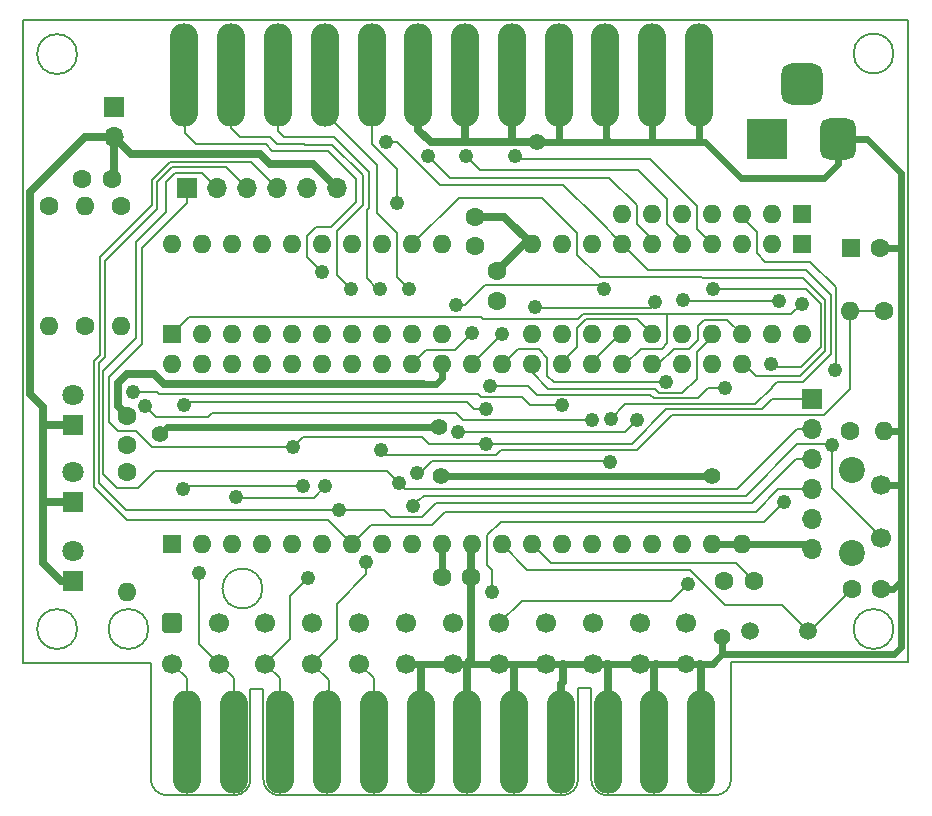
<source format=gbr>
G04 #@! TF.GenerationSoftware,KiCad,Pcbnew,8.0.4*
G04 #@! TF.CreationDate,2024-07-27T17:05:36-04:00*
G04 #@! TF.ProjectId,CBM-SD,43424d2d-5344-42e6-9b69-6361645f7063,rev?*
G04 #@! TF.SameCoordinates,Original*
G04 #@! TF.FileFunction,Copper,L2,Bot*
G04 #@! TF.FilePolarity,Positive*
%FSLAX46Y46*%
G04 Gerber Fmt 4.6, Leading zero omitted, Abs format (unit mm)*
G04 Created by KiCad (PCBNEW 8.0.4) date 2024-07-27 17:05:36*
%MOMM*%
%LPD*%
G01*
G04 APERTURE LIST*
G04 Aperture macros list*
%AMRoundRect*
0 Rectangle with rounded corners*
0 $1 Rounding radius*
0 $2 $3 $4 $5 $6 $7 $8 $9 X,Y pos of 4 corners*
0 Add a 4 corners polygon primitive as box body*
4,1,4,$2,$3,$4,$5,$6,$7,$8,$9,$2,$3,0*
0 Add four circle primitives for the rounded corners*
1,1,$1+$1,$2,$3*
1,1,$1+$1,$4,$5*
1,1,$1+$1,$6,$7*
1,1,$1+$1,$8,$9*
0 Add four rect primitives between the rounded corners*
20,1,$1+$1,$2,$3,$4,$5,0*
20,1,$1+$1,$4,$5,$6,$7,0*
20,1,$1+$1,$6,$7,$8,$9,0*
20,1,$1+$1,$8,$9,$2,$3,0*%
G04 Aperture macros list end*
G04 #@! TA.AperFunction,ComponentPad*
%ADD10C,1.600000*%
G04 #@! TD*
G04 #@! TA.AperFunction,ComponentPad*
%ADD11O,1.600000X1.600000*%
G04 #@! TD*
G04 #@! TA.AperFunction,ComponentPad*
%ADD12R,1.600000X1.600000*%
G04 #@! TD*
G04 #@! TA.AperFunction,ComponentPad*
%ADD13C,1.500000*%
G04 #@! TD*
G04 #@! TA.AperFunction,ComponentPad*
%ADD14R,1.800000X1.800000*%
G04 #@! TD*
G04 #@! TA.AperFunction,ComponentPad*
%ADD15C,1.800000*%
G04 #@! TD*
G04 #@! TA.AperFunction,ComponentPad*
%ADD16R,3.500000X3.500000*%
G04 #@! TD*
G04 #@! TA.AperFunction,ComponentPad*
%ADD17RoundRect,0.750000X0.750000X1.000000X-0.750000X1.000000X-0.750000X-1.000000X0.750000X-1.000000X0*%
G04 #@! TD*
G04 #@! TA.AperFunction,ComponentPad*
%ADD18RoundRect,0.875000X0.875000X0.875000X-0.875000X0.875000X-0.875000X-0.875000X0.875000X-0.875000X0*%
G04 #@! TD*
G04 #@! TA.AperFunction,ComponentPad*
%ADD19R,1.700000X1.700000*%
G04 #@! TD*
G04 #@! TA.AperFunction,ComponentPad*
%ADD20O,1.700000X1.700000*%
G04 #@! TD*
G04 #@! TA.AperFunction,SMDPad,CuDef*
%ADD21O,2.410000X8.760000*%
G04 #@! TD*
G04 #@! TA.AperFunction,ConnectorPad*
%ADD22O,2.410000X8.760000*%
G04 #@! TD*
G04 #@! TA.AperFunction,ComponentPad*
%ADD23C,2.200000*%
G04 #@! TD*
G04 #@! TA.AperFunction,ComponentPad*
%ADD24C,1.700000*%
G04 #@! TD*
G04 #@! TA.AperFunction,ComponentPad*
%ADD25RoundRect,0.273700X-0.576300X0.576300X-0.576300X-0.576300X0.576300X-0.576300X0.576300X0.576300X0*%
G04 #@! TD*
G04 #@! TA.AperFunction,ComponentPad*
%ADD26C,1.550000*%
G04 #@! TD*
G04 #@! TA.AperFunction,ViaPad*
%ADD27C,1.422400*%
G04 #@! TD*
G04 #@! TA.AperFunction,ViaPad*
%ADD28C,1.219200*%
G04 #@! TD*
G04 #@! TA.AperFunction,Conductor*
%ADD29C,0.660400*%
G04 #@! TD*
G04 #@! TA.AperFunction,Conductor*
%ADD30C,0.600000*%
G04 #@! TD*
G04 #@! TA.AperFunction,Conductor*
%ADD31C,0.203200*%
G04 #@! TD*
G04 #@! TA.AperFunction,Conductor*
%ADD32C,0.200000*%
G04 #@! TD*
G04 #@! TA.AperFunction,Profile*
%ADD33C,0.200660*%
G04 #@! TD*
G04 APERTURE END LIST*
D10*
X125996700Y-104076500D03*
D11*
X125996700Y-114236500D03*
D12*
X183134000Y-82232500D03*
D11*
X180594000Y-82232500D03*
X178054000Y-82232500D03*
X175514000Y-82232500D03*
X172974000Y-82232500D03*
X170434000Y-82232500D03*
X167894000Y-82232500D03*
D12*
X129794000Y-110172500D03*
D11*
X132334000Y-110172500D03*
X134874000Y-110172500D03*
X137414000Y-110172500D03*
X139954000Y-110172500D03*
X142494000Y-110172500D03*
X145034000Y-110172500D03*
X147574000Y-110172500D03*
X150114000Y-110172500D03*
X152654000Y-110172500D03*
X155194000Y-110172500D03*
X157734000Y-110172500D03*
X160274000Y-110172500D03*
X162814000Y-110172500D03*
X165354000Y-110172500D03*
X167894000Y-110172500D03*
X170434000Y-110172500D03*
X172974000Y-110172500D03*
X175514000Y-110172500D03*
X178054000Y-110172500D03*
X178054000Y-94932500D03*
X175514000Y-94932500D03*
X172974000Y-94932500D03*
X170434000Y-94932500D03*
X167894000Y-94932500D03*
X165354000Y-94932500D03*
X162814000Y-94932500D03*
X160274000Y-94932500D03*
X157734000Y-94932500D03*
X155194000Y-94932500D03*
X152654000Y-94932500D03*
X150114000Y-94932500D03*
X147574000Y-94932500D03*
X145034000Y-94932500D03*
X142494000Y-94932500D03*
X139954000Y-94932500D03*
X137414000Y-94932500D03*
X134874000Y-94932500D03*
X132334000Y-94932500D03*
X129794000Y-94932500D03*
D12*
X129794000Y-92392500D03*
D11*
X132334000Y-92392500D03*
X134874000Y-92392500D03*
X137414000Y-92392500D03*
X139954000Y-92392500D03*
X142494000Y-92392500D03*
X145034000Y-92392500D03*
X147574000Y-92392500D03*
X150114000Y-92392500D03*
X152654000Y-92392500D03*
X152654000Y-84772500D03*
X150114000Y-84772500D03*
X147574000Y-84772500D03*
X145034000Y-84772500D03*
X142494000Y-84772500D03*
X139954000Y-84772500D03*
X137414000Y-84772500D03*
X134874000Y-84772500D03*
X132334000Y-84772500D03*
X129794000Y-84772500D03*
D12*
X183134000Y-84772500D03*
D11*
X180594000Y-84772500D03*
X178054000Y-84772500D03*
X175514000Y-84772500D03*
X172974000Y-84772500D03*
X170434000Y-84772500D03*
X167894000Y-84772500D03*
X165354000Y-84772500D03*
X162814000Y-84772500D03*
X160274000Y-84772500D03*
X160274000Y-92392500D03*
X162814000Y-92392500D03*
X165354000Y-92392500D03*
X167894000Y-92392500D03*
X170434000Y-92392500D03*
X172974000Y-92392500D03*
X175514000Y-92392500D03*
X178054000Y-92392500D03*
X180594000Y-92392500D03*
X183134000Y-92392500D03*
D10*
X124694000Y-79248000D03*
X122194000Y-79248000D03*
X155154000Y-112903000D03*
X152654000Y-112903000D03*
X155475000Y-84925000D03*
X155475000Y-82425000D03*
X157300000Y-89550000D03*
X157300000Y-87050000D03*
X122428000Y-91694000D03*
D11*
X122428000Y-81534000D03*
D10*
X189865000Y-113919000D03*
X187365000Y-113919000D03*
D13*
X178762000Y-117475000D03*
X183642000Y-117475000D03*
D10*
X119380000Y-81534000D03*
D11*
X119380000Y-91694000D03*
D14*
X121450100Y-113322100D03*
D15*
X121450100Y-110782100D03*
D14*
X121450100Y-106616500D03*
D15*
X121450100Y-104076500D03*
D16*
X180182000Y-75887500D03*
D17*
X186182000Y-75887500D03*
D18*
X183182000Y-71187500D03*
D14*
X121462800Y-100037900D03*
D15*
X121462800Y-97497900D03*
D19*
X183997600Y-97891600D03*
D20*
X183997600Y-100431600D03*
X183997600Y-102971600D03*
X183997600Y-105511600D03*
X183997600Y-108051600D03*
X183997600Y-110591600D03*
D10*
X187198000Y-100584000D03*
D11*
X187198000Y-90424000D03*
D10*
X190093600Y-90424000D03*
D11*
X190093600Y-100584000D03*
D10*
X176570000Y-113284000D03*
X179070000Y-113284000D03*
X125476000Y-81534000D03*
D11*
X125476000Y-91694000D03*
D19*
X124891800Y-73126600D03*
D20*
X124891800Y-75666600D03*
D10*
X126009400Y-99290500D03*
X126009400Y-101790500D03*
D12*
X187285621Y-85090000D03*
D10*
X189785621Y-85090000D03*
D21*
X131052300Y-126923800D03*
D22*
X135012300Y-126923800D03*
X138972300Y-126923800D03*
X142932300Y-126923800D03*
X146892300Y-126923800D03*
X150852300Y-126923800D03*
X154812300Y-126923800D03*
X158772300Y-126923800D03*
X162732300Y-126923800D03*
X166692300Y-126923800D03*
X170652300Y-126923800D03*
X174612300Y-126923800D03*
D23*
X187350400Y-103896400D03*
X187350400Y-110896400D03*
D24*
X189850400Y-105146400D03*
X189850400Y-109646400D03*
D19*
X131064000Y-80010000D03*
D20*
X133604000Y-80010000D03*
X136144000Y-80010000D03*
X138684000Y-80010000D03*
X141224000Y-80010000D03*
X143764000Y-80010000D03*
D21*
X130860799Y-70408800D03*
D22*
X134820799Y-70408800D03*
X138780799Y-70408800D03*
X142740799Y-70408800D03*
X146700799Y-70408800D03*
X150660799Y-70408800D03*
X154620799Y-70408800D03*
X158580799Y-70408800D03*
X162540799Y-70408800D03*
X166500799Y-70408800D03*
X170460799Y-70408800D03*
X174420799Y-70408800D03*
D25*
X129794000Y-116869000D03*
D24*
X133754089Y-116869000D03*
X137714180Y-116869000D03*
X141674269Y-116869000D03*
X145634360Y-116869000D03*
X149594449Y-116869000D03*
X153554540Y-116869000D03*
X157514629Y-116869000D03*
X161474720Y-116869000D03*
X165434809Y-116869000D03*
X169394900Y-116869000D03*
X173354999Y-116869000D03*
X129794000Y-120269000D03*
X133754090Y-120269001D03*
X137714180Y-120269000D03*
X141674270Y-120269001D03*
X145634360Y-120269000D03*
X149594450Y-120269001D03*
X153554540Y-120269000D03*
X157514630Y-120269001D03*
X161474720Y-120269000D03*
X165434809Y-120269000D03*
X169394900Y-120269000D03*
D26*
X173355000Y-120269001D03*
D27*
X176403000Y-117983000D03*
X160731200Y-76136500D03*
X152425400Y-100228400D03*
X128790700Y-100838000D03*
X152577800Y-104419400D03*
X175564800Y-104406700D03*
D28*
X155194000Y-92312500D03*
X157734000Y-92392500D03*
X130810000Y-98399600D03*
X156362400Y-98717100D03*
X148837500Y-81280000D03*
X146240500Y-111696500D03*
X149860000Y-88582500D03*
X147447000Y-88519000D03*
X141351000Y-113030000D03*
X132130800Y-112623600D03*
X142800000Y-105250000D03*
X135229600Y-106133900D03*
X144970500Y-88582500D03*
X130774515Y-105476115D03*
X142494000Y-87122000D03*
X140931400Y-105219500D03*
X156718000Y-96748600D03*
X176618900Y-96964500D03*
X173482000Y-113538000D03*
X180530500Y-94945200D03*
X175577500Y-88557100D03*
X158877000Y-77279500D03*
X154675721Y-77279500D03*
X181659506Y-106559506D03*
X181229000Y-89560400D03*
X173050200Y-89522300D03*
X156908500Y-114236500D03*
X151511000Y-77279500D03*
X169164000Y-99644200D03*
X154051000Y-100647500D03*
X166878000Y-103187500D03*
X147955000Y-76073000D03*
X166966900Y-99555300D03*
X150583900Y-104178100D03*
X166370000Y-88519000D03*
X156400500Y-101663500D03*
X140017500Y-101955600D03*
X153860500Y-89916000D03*
X183134000Y-89789000D03*
X143916400Y-107289600D03*
X148987500Y-104962500D03*
X185675000Y-101750000D03*
X150225000Y-106900000D03*
X185975000Y-95450000D03*
X171640500Y-96456500D03*
X162839400Y-98412300D03*
X126492000Y-97282000D03*
X165354000Y-99631500D03*
X127546100Y-98501200D03*
X170688000Y-89662000D03*
X160528000Y-90106500D03*
X147535900Y-102158800D03*
D29*
X158711900Y-76136500D02*
X157734000Y-76136500D01*
X154812300Y-120269701D02*
X154813000Y-120269001D01*
D30*
X149594451Y-120269000D02*
X149594450Y-120269001D01*
X191547460Y-85058540D02*
X191547460Y-100452540D01*
D29*
X160083500Y-76136500D02*
X160731200Y-76136500D01*
D30*
X176390300Y-119494300D02*
X190893700Y-119494300D01*
D29*
X137280000Y-77125000D02*
X126350200Y-77125000D01*
X157926500Y-82425000D02*
X160274000Y-84772500D01*
X117793089Y-80326911D02*
X117793089Y-97473089D01*
X158593500Y-70332600D02*
X158593500Y-76018100D01*
X154633500Y-75858800D02*
X154355800Y-76136500D01*
X155575000Y-76136500D02*
X154355800Y-76136500D01*
D30*
X162623500Y-76136500D02*
X162553500Y-76066500D01*
D29*
X154812300Y-126923800D02*
X154812300Y-122301000D01*
D30*
X191547460Y-100452540D02*
X191547460Y-104933460D01*
D29*
X125222000Y-96520000D02*
X125222000Y-98503100D01*
D30*
X170511500Y-76136500D02*
X170473500Y-76098500D01*
X176390300Y-117995700D02*
X176403000Y-117983000D01*
X175818800Y-120065800D02*
X176390300Y-119494300D01*
D29*
X118872000Y-98552000D02*
X118872000Y-100076000D01*
X141732000Y-77978000D02*
X138133000Y-77978000D01*
D30*
X157514631Y-120269000D02*
X157514630Y-120269001D01*
X174433500Y-75958500D02*
X174433500Y-70332600D01*
X169394901Y-120269001D02*
X169394900Y-120269000D01*
X170511500Y-76136500D02*
X166916100Y-76136500D01*
X191547460Y-113252540D02*
X191547460Y-104933460D01*
D29*
X122453400Y-75666600D02*
X117793089Y-80326911D01*
X118872000Y-100076000D02*
X118910100Y-100037900D01*
X155154000Y-119928001D02*
X154813000Y-120269001D01*
D30*
X166513500Y-75733900D02*
X166916100Y-76136500D01*
D29*
X118910100Y-100037900D02*
X121462800Y-100037900D01*
D30*
X190893700Y-119494300D02*
X191516000Y-118872000D01*
D29*
X159577500Y-84772500D02*
X157300000Y-87050000D01*
D30*
X175615599Y-120269001D02*
X174498000Y-120269001D01*
D29*
X150673500Y-70332600D02*
X150673500Y-75108500D01*
D30*
X152654000Y-96100900D02*
X152654000Y-94932500D01*
X151003000Y-120269000D02*
X149594451Y-120269000D01*
D29*
X155475000Y-82425000D02*
X157926500Y-82425000D01*
D30*
X191289360Y-105191560D02*
X189917680Y-105191560D01*
D29*
X118872000Y-111760000D02*
X120434100Y-113322100D01*
D30*
X190881000Y-113919000D02*
X189865000Y-113919000D01*
X174611500Y-76136500D02*
X170511500Y-76136500D01*
X191516000Y-113284000D02*
X190881000Y-113919000D01*
D29*
X118935500Y-106616500D02*
X121450100Y-106616500D01*
D30*
X191547460Y-85058540D02*
X191516000Y-85090000D01*
X162623500Y-76136500D02*
X160731200Y-76136500D01*
D29*
X166692300Y-120337300D02*
X166624000Y-120269000D01*
D30*
X184975000Y-79200000D02*
X177975000Y-79200000D01*
X161474720Y-120269000D02*
X158877000Y-120269000D01*
D29*
X174612300Y-126923800D02*
X174612300Y-120383301D01*
X125984000Y-95758000D02*
X125222000Y-96520000D01*
X138133000Y-77978000D02*
X137280000Y-77125000D01*
D30*
X191547460Y-100452540D02*
X191416000Y-100584000D01*
D29*
X155154000Y-110212500D02*
X155194000Y-110172500D01*
D30*
X178054000Y-110172500D02*
X175514000Y-110172500D01*
D29*
X166692300Y-126923800D02*
X166692300Y-120337300D01*
X170652300Y-126923800D02*
X170652300Y-120431701D01*
D30*
X174498000Y-120269001D02*
X173355000Y-120269001D01*
D29*
X155154000Y-112903000D02*
X155154000Y-110212500D01*
X128270000Y-95758000D02*
X125984000Y-95758000D01*
D30*
X191416000Y-100584000D02*
X190093600Y-100584000D01*
D29*
X150673500Y-75108500D02*
X151701500Y-76136500D01*
X151701500Y-76136500D02*
X154355800Y-76136500D01*
D30*
X186182000Y-77993000D02*
X184975000Y-79200000D01*
X186182000Y-75887500D02*
X186182000Y-77993000D01*
D29*
X124891800Y-75666600D02*
X122453400Y-75666600D01*
X158772300Y-126923800D02*
X158772300Y-120373700D01*
X118872000Y-106680000D02*
X118872000Y-111760000D01*
X151066500Y-96570800D02*
X129163582Y-96642418D01*
D30*
X166916100Y-76136500D02*
X162623500Y-76136500D01*
D29*
X118872000Y-106680000D02*
X118935500Y-106616500D01*
X158593500Y-76018100D02*
X158711900Y-76136500D01*
D30*
X176390300Y-119494300D02*
X176390300Y-117995700D01*
X165434809Y-120269000D02*
X162941000Y-120269000D01*
X162687000Y-120269000D02*
X161474720Y-120269000D01*
X178054000Y-110172500D02*
X183578500Y-110172500D01*
X183578500Y-110172500D02*
X183997600Y-110591600D01*
D29*
X126350200Y-77125000D02*
X124891800Y-75666600D01*
X154812300Y-122301000D02*
X154812300Y-120269701D01*
D30*
X157514630Y-120269001D02*
X154813000Y-120269001D01*
X154813000Y-120269001D02*
X153554541Y-120269001D01*
X166624000Y-120269000D02*
X165434809Y-120269000D01*
D29*
X162732300Y-126923800D02*
X162732300Y-122039800D01*
X125222000Y-98503100D02*
X126009400Y-99290500D01*
D30*
X166513500Y-70332600D02*
X166513500Y-75733900D01*
X188663500Y-75887500D02*
X186182000Y-75887500D01*
X158877000Y-120269000D02*
X157514631Y-120269000D01*
D29*
X174612300Y-120383301D02*
X174498000Y-120269001D01*
X120434100Y-113322100D02*
X121450100Y-113322100D01*
D30*
X191547460Y-85058540D02*
X191547460Y-78771460D01*
D29*
X170652300Y-120431701D02*
X170815000Y-120269001D01*
D30*
X191516000Y-85090000D02*
X189785621Y-85090000D01*
D29*
X155154000Y-112903000D02*
X155154000Y-119928001D01*
X150852300Y-126923800D02*
X150852300Y-120419700D01*
X160274000Y-84772500D02*
X159577500Y-84772500D01*
D30*
X191516000Y-113284000D02*
X191547460Y-113252540D01*
D29*
X154633500Y-70332600D02*
X154633500Y-75858800D01*
X118872000Y-100076000D02*
X118872000Y-106680000D01*
D30*
X191516000Y-118872000D02*
X191516000Y-113284000D01*
X170815000Y-120269001D02*
X169394901Y-120269001D01*
D29*
X159004000Y-76136500D02*
X158711900Y-76136500D01*
D30*
X177975000Y-79200000D02*
X174911500Y-76136500D01*
D29*
X124891800Y-79050200D02*
X124694000Y-79248000D01*
X124891800Y-75666600D02*
X124891800Y-79050200D01*
D30*
X169394900Y-120269000D02*
X166624000Y-120269000D01*
X191547460Y-78771460D02*
X188663500Y-75887500D01*
X153554541Y-120269001D02*
X153554540Y-120269000D01*
X162553500Y-76066500D02*
X162553500Y-70332600D01*
X152184100Y-96570800D02*
X152654000Y-96100900D01*
D29*
X162732300Y-122039800D02*
X162941000Y-121831100D01*
X162941000Y-121831100D02*
X162941000Y-120269000D01*
D30*
X191547460Y-104933460D02*
X191289360Y-105191560D01*
X162941000Y-120269000D02*
X162687000Y-120269000D01*
D29*
X157734000Y-76136500D02*
X155575000Y-76136500D01*
X129163582Y-96642418D02*
X129154418Y-96642418D01*
D30*
X170473500Y-76098500D02*
X170473500Y-70332600D01*
X153554540Y-120269000D02*
X151003000Y-120269000D01*
X174611500Y-76136500D02*
X174433500Y-75958500D01*
D29*
X143764000Y-80010000D02*
X141732000Y-77978000D01*
D30*
X151066500Y-96570800D02*
X152184100Y-96570800D01*
D29*
X129154418Y-96642418D02*
X128270000Y-95758000D01*
X159004000Y-76136500D02*
X160083500Y-76136500D01*
D30*
X173355000Y-120269001D02*
X170815000Y-120269001D01*
D29*
X117793089Y-97473089D02*
X118872000Y-98552000D01*
D30*
X175818800Y-120065800D02*
X175615599Y-120269001D01*
X174911500Y-76136500D02*
X174611500Y-76136500D01*
X152654000Y-112629000D02*
X152654000Y-110172500D01*
X152577800Y-104419400D02*
X175552100Y-104419400D01*
X152425400Y-100228400D02*
X129400300Y-100228400D01*
X175552100Y-104419400D02*
X175564800Y-104406700D01*
X129400300Y-100228400D02*
X128790700Y-100838000D01*
D31*
X187365000Y-113919000D02*
X183809000Y-117475000D01*
D32*
X176657000Y-115316000D02*
X181483000Y-115316000D01*
X159884200Y-112322700D02*
X173663700Y-112322700D01*
X181483000Y-115316000D02*
X183642000Y-117475000D01*
X173663700Y-112322700D02*
X176657000Y-115316000D01*
D31*
X183809000Y-117475000D02*
X183642000Y-117475000D01*
D32*
X157734000Y-110172500D02*
X159884200Y-112322700D01*
X160274000Y-110172500D02*
X161861500Y-111760000D01*
X161861500Y-111760000D02*
X177546000Y-111760000D01*
X177546000Y-111760000D02*
X179070000Y-113284000D01*
D31*
X179070000Y-117167000D02*
X178762000Y-117475000D01*
X150114000Y-94932500D02*
X150118098Y-94932500D01*
X153799820Y-93706680D02*
X155194000Y-92312500D01*
X150118098Y-94932500D02*
X151343918Y-93706680D01*
X151343918Y-93706680D02*
X153799820Y-93706680D01*
X155194000Y-94932500D02*
X157734000Y-92392500D01*
D32*
X130810000Y-98399600D02*
X131051300Y-98158300D01*
X131051300Y-98158300D02*
X131457700Y-98158300D01*
X154800300Y-98158300D02*
X155359100Y-98717100D01*
X155359100Y-98717100D02*
X156362400Y-98717100D01*
X131457700Y-98158300D02*
X154800300Y-98158300D01*
X148837500Y-81280000D02*
X148837500Y-78437500D01*
X148837500Y-78437500D02*
X146713500Y-76313500D01*
D31*
X146892300Y-126923800D02*
X146892300Y-121526940D01*
X146892300Y-126923800D02*
X147066000Y-126750100D01*
X146892300Y-121526940D02*
X145634360Y-120269000D01*
D32*
X146713500Y-76313500D02*
X146713500Y-70332600D01*
X143764000Y-118179271D02*
X141674270Y-120269001D01*
X146240500Y-112712500D02*
X143764000Y-115189000D01*
X143081470Y-121793000D02*
X143081470Y-126774630D01*
D31*
X149860000Y-88582500D02*
X148844000Y-87566500D01*
D32*
X143764000Y-115189000D02*
X143764000Y-118179271D01*
X143081470Y-121793000D02*
X143081470Y-121676201D01*
X147175000Y-82137000D02*
X148844000Y-83806000D01*
X146240500Y-111696500D02*
X146240500Y-112712500D01*
X142753500Y-73665500D02*
X144272000Y-75184000D01*
X143081470Y-126774630D02*
X142932300Y-126923800D01*
X144272000Y-75197000D02*
X147175000Y-78100000D01*
X144272000Y-75184000D02*
X144272000Y-75197000D01*
X143081470Y-121676201D02*
X141674270Y-120269001D01*
X147175000Y-78100000D02*
X147175000Y-82137000D01*
X148844000Y-83806000D02*
X148844000Y-87566500D01*
X142753500Y-70332600D02*
X142753500Y-73665500D01*
X146450000Y-81708000D02*
X146304000Y-81854000D01*
D31*
X147447000Y-88519000D02*
X147193000Y-88519000D01*
D32*
X146304000Y-84074000D02*
X146304000Y-81854000D01*
D31*
X147193000Y-88519000D02*
X146304000Y-87630000D01*
D32*
X146450000Y-78625000D02*
X143517000Y-75692000D01*
X143517000Y-75692000D02*
X139292000Y-75692000D01*
X138793500Y-75193500D02*
X138793500Y-70332600D01*
D31*
X139827000Y-118156180D02*
X137714180Y-120269000D01*
X139827000Y-114554000D02*
X139827000Y-118156180D01*
D32*
X138972300Y-126923800D02*
X138972300Y-121903500D01*
D31*
X138972300Y-121793000D02*
X138972300Y-121903500D01*
D32*
X146450000Y-78625000D02*
X146450000Y-81708000D01*
D31*
X138972300Y-121527120D02*
X137714180Y-120269000D01*
D32*
X139292000Y-75692000D02*
X138793500Y-75193500D01*
D31*
X138972300Y-121793000D02*
X138972300Y-121527120D01*
X146304000Y-87630000D02*
X146304000Y-84582000D01*
X141351000Y-113030000D02*
X139827000Y-114554000D01*
X146304000Y-84582000D02*
X146304000Y-84074000D01*
D32*
X135572500Y-75692000D02*
X134833500Y-74953000D01*
X134833500Y-74953000D02*
X134833500Y-70332600D01*
D31*
X135012300Y-121527211D02*
X135012300Y-126923800D01*
D32*
X138083000Y-75692000D02*
X135572500Y-75692000D01*
X138691000Y-76300000D02*
X138083000Y-75692000D01*
D31*
X141814500Y-106235500D02*
X142800000Y-105250000D01*
D32*
X145950000Y-78900000D02*
X143377000Y-76327000D01*
X141097000Y-76327000D02*
X141070000Y-76300000D01*
X145950000Y-81450000D02*
X145950000Y-78900000D01*
X141070000Y-76300000D02*
X138691000Y-76300000D01*
D31*
X143764000Y-87376000D02*
X143764000Y-83636000D01*
X132080000Y-118594911D02*
X133754090Y-120269001D01*
X135331200Y-106235500D02*
X141814500Y-106235500D01*
X133754090Y-120269001D02*
X135012300Y-121527211D01*
D32*
X143764000Y-83636000D02*
X145950000Y-81450000D01*
X143377000Y-76327000D02*
X141097000Y-76327000D01*
D31*
X135229600Y-106133900D02*
X135331200Y-106235500D01*
X132080000Y-112674400D02*
X132080000Y-118594911D01*
X144970500Y-88582500D02*
X143764000Y-87376000D01*
X132130800Y-112623600D02*
X132080000Y-112674400D01*
D32*
X137775000Y-76300000D02*
X138310000Y-76835000D01*
X145400000Y-81168000D02*
X143256000Y-83312000D01*
X138310000Y-76835000D02*
X142985000Y-76835000D01*
X130873500Y-75348500D02*
X131825000Y-76300000D01*
D31*
X141224000Y-84074000D02*
X141986000Y-83312000D01*
D32*
X145400000Y-79250000D02*
X145400000Y-81168000D01*
D31*
X142494000Y-87122000D02*
X141224000Y-85852000D01*
X130774515Y-105476115D02*
X130774515Y-105476114D01*
D32*
X143256000Y-83312000D02*
X142240000Y-83312000D01*
X130873500Y-70332600D02*
X130873500Y-75348500D01*
D31*
X141224000Y-85852000D02*
X141224000Y-84074000D01*
X131031129Y-105219500D02*
X140931400Y-105219500D01*
D32*
X131825000Y-76300000D02*
X137775000Y-76300000D01*
X142985000Y-76835000D02*
X145400000Y-79250000D01*
D31*
X131052300Y-121527300D02*
X129794000Y-120269000D01*
X141986000Y-83312000D02*
X142240000Y-83312000D01*
X131052300Y-126923800D02*
X131052300Y-121527300D01*
X130774515Y-105476114D02*
X131031129Y-105219500D01*
D32*
X159918400Y-96748600D02*
X160667700Y-97497900D01*
X170307000Y-97497900D02*
X170637200Y-97828100D01*
X156718000Y-96748600D02*
X159918400Y-96748600D01*
X160667700Y-97497900D02*
X170307000Y-97497900D01*
X174320200Y-97828100D02*
X175183800Y-96964500D01*
X170637200Y-97828100D02*
X174320200Y-97828100D01*
X175183800Y-96964500D02*
X176618900Y-96964500D01*
X159131000Y-77533500D02*
X170243500Y-77533500D01*
X180733700Y-95148400D02*
X180530500Y-94945200D01*
X184713070Y-93505830D02*
X183070500Y-95148400D01*
X170243500Y-77533500D02*
X174244000Y-81534000D01*
X183070500Y-95148400D02*
X180733700Y-95148400D01*
D31*
X174244000Y-83502500D02*
X174244000Y-81546700D01*
D32*
X172085000Y-114935000D02*
X173482000Y-113538000D01*
X157514629Y-116869000D02*
X159448629Y-114935000D01*
X174244000Y-81534000D02*
X174244000Y-81546700D01*
D31*
X175514000Y-84772500D02*
X174244000Y-83502500D01*
D32*
X183476900Y-88557100D02*
X184713070Y-89793270D01*
X184713070Y-89793270D02*
X184713070Y-93505830D01*
X159448629Y-114935000D02*
X172085000Y-114935000D01*
X175577500Y-88557100D02*
X183476900Y-88557100D01*
X158877000Y-77279500D02*
X159131000Y-77533500D01*
D31*
X179969012Y-108250000D02*
X181659506Y-106559506D01*
D32*
X169236622Y-78495122D02*
X171634150Y-80892650D01*
D31*
X172974000Y-84772500D02*
X172974000Y-84328000D01*
X172974000Y-84328000D02*
X171704000Y-83058000D01*
X171704000Y-80962500D02*
X171634150Y-80892650D01*
X157625000Y-108250000D02*
X179969012Y-108250000D01*
X171704000Y-83058000D02*
X171704000Y-80962500D01*
X156908500Y-114236500D02*
X156908500Y-112331500D01*
X156486000Y-109389000D02*
X157625000Y-108250000D01*
X173050200Y-89522300D02*
X173088300Y-89560400D01*
X173088300Y-89560400D02*
X181229000Y-89560400D01*
D32*
X154675721Y-77279500D02*
X155891343Y-78495122D01*
D31*
X156908500Y-112331500D02*
X156486000Y-111909000D01*
D32*
X155891343Y-78495122D02*
X169236622Y-78495122D01*
D31*
X156486000Y-111909000D02*
X156486000Y-109389000D01*
X169164000Y-83058000D02*
X169164000Y-81470500D01*
X170434000Y-84772500D02*
X170434000Y-84328000D01*
X154051000Y-100647500D02*
X161099500Y-100647500D01*
D32*
X161099500Y-100647500D02*
X167233600Y-100647500D01*
X151511000Y-77279500D02*
X153354000Y-79122500D01*
X153354000Y-79122500D02*
X166816000Y-79122500D01*
D31*
X170434000Y-84328000D02*
X169164000Y-83058000D01*
D32*
X166816000Y-79122500D02*
X169164000Y-81470500D01*
X167233600Y-100647500D02*
X168160700Y-100647500D01*
X168160700Y-100647500D02*
X169164000Y-99644200D01*
X162941000Y-79756000D02*
X165760400Y-82575400D01*
X185591450Y-94062550D02*
X183203850Y-96450150D01*
D31*
X185591450Y-89071450D02*
X183451500Y-86931500D01*
X180594000Y-96894650D02*
X181038500Y-96450150D01*
D32*
X148844000Y-76073000D02*
X152527000Y-79756000D01*
X167919400Y-84772500D02*
X170078400Y-86931500D01*
X179171600Y-98329750D02*
X180594000Y-96907350D01*
X183203850Y-96450150D02*
X182429150Y-96450150D01*
D31*
X167894000Y-84709000D02*
X165760400Y-82575400D01*
D32*
X167894000Y-84772500D02*
X167919400Y-84772500D01*
X151836700Y-103136700D02*
X166827200Y-103136700D01*
X185591450Y-89071450D02*
X185591450Y-94062550D01*
X166966900Y-99555300D02*
X168192450Y-98329750D01*
D31*
X150795300Y-104178100D02*
X151836700Y-103136700D01*
X183451500Y-86931500D02*
X170078400Y-86931500D01*
X180594000Y-96907350D02*
X180594000Y-96894650D01*
X181038500Y-96450150D02*
X182429150Y-96450150D01*
D32*
X168192450Y-98329750D02*
X179171600Y-98329750D01*
D31*
X150583900Y-104178100D02*
X150795300Y-104178100D01*
D32*
X166827200Y-103136700D02*
X166878000Y-103187500D01*
X147955000Y-76073000D02*
X148844000Y-76073000D01*
D31*
X167894000Y-84772500D02*
X167894000Y-84709000D01*
D32*
X152527000Y-79756000D02*
X162941000Y-79756000D01*
X166007698Y-87567302D02*
X166269202Y-87567302D01*
D31*
X184848500Y-89217500D02*
X184594500Y-88963500D01*
D32*
X182956200Y-95948500D02*
X185115790Y-93788910D01*
X164125000Y-83850000D02*
X164125000Y-85684604D01*
D31*
X178054000Y-94932500D02*
X178244500Y-94932500D01*
D32*
X154061500Y-80825000D02*
X161100000Y-80825000D01*
X164125000Y-85684604D02*
X166007698Y-87567302D01*
X179247800Y-95948500D02*
X182956200Y-95948500D01*
X178231800Y-94932500D02*
X179247800Y-95948500D01*
X178054000Y-94932500D02*
X178231800Y-94932500D01*
D31*
X183197500Y-87630000D02*
X166269202Y-87567302D01*
D32*
X161100000Y-80825000D02*
X164125000Y-83850000D01*
X184848500Y-89255600D02*
X184848500Y-89217500D01*
X150114000Y-84772500D02*
X154061500Y-80825000D01*
X185115790Y-89522890D02*
X184848500Y-89255600D01*
X185115790Y-93788910D02*
X185115790Y-89522890D01*
D31*
X184594500Y-88963500D02*
X183197500Y-87630000D01*
X173609000Y-93599000D02*
X174307500Y-92900500D01*
X172275500Y-93599000D02*
X173609000Y-93599000D01*
X174307500Y-91694000D02*
X174815500Y-91186000D01*
X174307500Y-92900500D02*
X174307500Y-91694000D01*
X176847500Y-91186000D02*
X176911000Y-91249500D01*
X170942000Y-94932500D02*
X172275500Y-93599000D01*
X176911000Y-91249500D02*
X178054000Y-92392500D01*
X170434000Y-94932500D02*
X170942000Y-94932500D01*
X174815500Y-91186000D02*
X176847500Y-91186000D01*
D32*
X128117600Y-101955600D02*
X140017500Y-101955600D01*
X127254000Y-93218000D02*
X124460000Y-96012000D01*
X126746000Y-100584000D02*
X128117600Y-101955600D01*
X127254000Y-85090000D02*
X127254000Y-93218000D01*
X171650050Y-98732950D02*
X168719500Y-101663500D01*
X180619400Y-97891600D02*
X179778050Y-98732950D01*
D31*
X154584000Y-89916000D02*
X153860500Y-89916000D01*
X166370000Y-88519000D02*
X166076000Y-88225000D01*
D32*
X124460000Y-99822000D02*
X125222000Y-100584000D01*
X140893800Y-101079300D02*
X150952200Y-101079300D01*
X183616600Y-97891600D02*
X180619400Y-97891600D01*
X131064000Y-81280000D02*
X127254000Y-85090000D01*
X124460000Y-96012000D02*
X124460000Y-99822000D01*
X156400500Y-101663500D02*
X151536400Y-101663500D01*
X140017500Y-101955600D02*
X140893800Y-101079300D01*
X131064000Y-80010000D02*
X131064000Y-81280000D01*
X179778050Y-98732950D02*
X171650050Y-98732950D01*
D31*
X166076000Y-88225000D02*
X156275000Y-88225000D01*
D32*
X168719500Y-101663500D02*
X156400500Y-101663500D01*
X151536400Y-101663500D02*
X150952200Y-101079300D01*
X125222000Y-100584000D02*
X126746000Y-100584000D01*
D31*
X156275000Y-88225000D02*
X154584000Y-89916000D01*
X183134000Y-89789000D02*
X182245000Y-90678000D01*
X169481500Y-93599000D02*
X171259500Y-93599000D01*
X171259500Y-93599000D02*
X171704000Y-93154500D01*
X171704000Y-90678000D02*
X164592000Y-90678000D01*
X164147500Y-91122500D02*
X156146500Y-91122500D01*
X182245000Y-90678000D02*
X171704000Y-90678000D01*
X156146500Y-91122500D02*
X155954186Y-90930186D01*
X131254500Y-90932000D02*
X129794000Y-92392500D01*
X155448000Y-90932000D02*
X131254500Y-90932000D01*
X155954186Y-90930186D02*
X155703814Y-90930186D01*
X164592000Y-90678000D02*
X164147500Y-91122500D01*
X167894000Y-94932500D02*
X168148000Y-94932500D01*
X171704000Y-93154500D02*
X171704000Y-90678000D01*
X168148000Y-94932500D02*
X169481500Y-93599000D01*
X155703814Y-90930186D02*
X155448000Y-90932000D01*
D32*
X128524000Y-81788000D02*
X124119289Y-86192711D01*
D31*
X125929520Y-107289600D02*
X123797760Y-105157840D01*
D32*
X136144000Y-80010000D02*
X134366000Y-78232000D01*
X124119289Y-94320711D02*
X123592720Y-94847280D01*
X123797760Y-105157840D02*
X123592720Y-104952800D01*
X123592720Y-94847280D02*
X123592720Y-104952800D01*
X128524000Y-79502000D02*
X128524000Y-81788000D01*
X124119289Y-86192711D02*
X124119289Y-94320711D01*
X178945000Y-106680000D02*
X182653400Y-102971600D01*
D31*
X147775600Y-107289600D02*
X148336000Y-107850000D01*
X143916400Y-107289600D02*
X125929520Y-107289600D01*
D32*
X134366000Y-78232000D02*
X129794000Y-78232000D01*
X152146000Y-106680000D02*
X178945000Y-106680000D01*
X182653400Y-102971600D02*
X183997600Y-102971600D01*
D31*
X143916400Y-107289600D02*
X147775600Y-107289600D01*
D32*
X150976000Y-107850000D02*
X152146000Y-106680000D01*
X148336000Y-107850000D02*
X150976000Y-107850000D01*
X129794000Y-78232000D02*
X128524000Y-79502000D01*
D31*
X167703500Y-92392500D02*
X167894000Y-92392500D01*
X165354000Y-94932500D02*
X165354000Y-94742000D01*
X165354000Y-94742000D02*
X167703500Y-92392500D01*
D32*
X152908000Y-107442000D02*
X151825000Y-108525000D01*
X183997600Y-105511600D02*
X181138400Y-105511600D01*
X146681500Y-108525000D02*
X145034000Y-110172500D01*
X128120800Y-79334989D02*
X129626989Y-77828800D01*
X143014700Y-108153200D02*
X125983520Y-108153200D01*
X123189520Y-105359200D02*
X123189520Y-94680269D01*
X136502800Y-77828800D02*
X138684000Y-80010000D01*
X129626989Y-77828800D02*
X136502800Y-77828800D01*
X145034000Y-110172500D02*
X143014700Y-108153200D01*
X181138400Y-105511600D02*
X179208000Y-107442000D01*
X151825000Y-108525000D02*
X146681500Y-108525000D01*
X123698000Y-94171789D02*
X123698000Y-85852000D01*
X125983520Y-108153200D02*
X123189520Y-105359200D01*
X179208000Y-107442000D02*
X152908000Y-107442000D01*
X123698000Y-85852000D02*
X128120800Y-81429200D01*
X123189520Y-94680269D02*
X123698000Y-94171789D01*
X128120800Y-81429200D02*
X128120800Y-79334989D01*
D31*
X164846000Y-91122500D02*
X169164000Y-91122500D01*
X162814000Y-94742000D02*
X164084000Y-93472000D01*
X164084000Y-93472000D02*
X164084000Y-91884500D01*
X169164000Y-91122500D02*
X170434000Y-92392500D01*
X162814000Y-94932500D02*
X162814000Y-94742000D01*
X164084000Y-91884500D02*
X164846000Y-91122500D01*
D32*
X123995440Y-104245440D02*
X125175000Y-105425000D01*
X129286000Y-79502000D02*
X129286000Y-82042000D01*
X123995440Y-95460560D02*
X123995440Y-104245440D01*
X129286000Y-82042000D02*
X126746000Y-84582000D01*
X182681600Y-100431600D02*
X177606600Y-105506600D01*
X126746000Y-92710000D02*
X123995440Y-95460560D01*
X126746000Y-84582000D02*
X126746000Y-92710000D01*
X125175000Y-105425000D02*
X126900000Y-105425000D01*
X183997600Y-100431600D02*
X182681600Y-100431600D01*
X128375000Y-103950000D02*
X146700000Y-103950000D01*
X147975000Y-103950000D02*
X146700000Y-103950000D01*
X177606600Y-105506600D02*
X149531600Y-105506600D01*
X149531600Y-105506600D02*
X148987500Y-104962500D01*
X132334000Y-78740000D02*
X130048000Y-78740000D01*
X148987500Y-104962500D02*
X147975000Y-103950000D01*
X130048000Y-78740000D02*
X129286000Y-79502000D01*
X133604000Y-80010000D02*
X132334000Y-78740000D01*
X126900000Y-105425000D02*
X128375000Y-103950000D01*
X160274000Y-95605600D02*
X161658300Y-96989900D01*
X161658300Y-96989900D02*
X170675300Y-96989900D01*
D31*
X175514000Y-92392500D02*
X175514000Y-92646500D01*
D32*
X173012100Y-97370900D02*
X174244000Y-96139000D01*
X171056300Y-97370900D02*
X173012100Y-97370900D01*
D31*
X175514000Y-92646500D02*
X174244000Y-93916500D01*
X174244000Y-93916500D02*
X174244000Y-96139000D01*
D32*
X160274000Y-94932500D02*
X160274000Y-95605600D01*
X170675300Y-96989900D02*
X171056300Y-97370900D01*
X150225000Y-106900000D02*
X150664913Y-106460087D01*
X150664913Y-106460087D02*
X150714913Y-106460087D01*
D31*
X180035200Y-86258400D02*
X182854600Y-86258400D01*
X183489600Y-86258400D02*
X183667400Y-86258400D01*
D32*
X189917680Y-109653680D02*
X189917680Y-109692440D01*
X182750000Y-101700000D02*
X185625000Y-101700000D01*
X185675000Y-105411000D02*
X189917680Y-109653680D01*
X150714913Y-106460087D02*
X151130000Y-106045000D01*
X185995769Y-88396269D02*
X183857900Y-86258400D01*
D31*
X182854600Y-86258400D02*
X183489600Y-86258400D01*
D32*
X185675000Y-101750000D02*
X185675000Y-105411000D01*
D31*
X178054000Y-82232500D02*
X178054000Y-82473800D01*
X179324000Y-83743800D02*
X179324000Y-85547200D01*
X179324000Y-85547200D02*
X180035200Y-86258400D01*
D32*
X151130000Y-106045000D02*
X178405000Y-106045000D01*
D31*
X178054000Y-82473800D02*
X179324000Y-83743800D01*
D32*
X185995769Y-95429231D02*
X185995769Y-88396269D01*
X185625000Y-101700000D02*
X185675000Y-101750000D01*
X183857900Y-86258400D02*
X182854600Y-86258400D01*
X178405000Y-106045000D02*
X182750000Y-101700000D01*
X185975000Y-95450000D02*
X185995769Y-95429231D01*
D31*
X162115500Y-96456500D02*
X171640500Y-96456500D01*
X161544000Y-95885000D02*
X162115500Y-96456500D01*
X159067500Y-93662500D02*
X160845500Y-93662500D01*
X161544000Y-94361000D02*
X161544000Y-95885000D01*
X157797500Y-94932500D02*
X159067500Y-93662500D01*
X160845500Y-93662500D02*
X161544000Y-94361000D01*
X157734000Y-94932500D02*
X157797500Y-94932500D01*
D32*
X159448500Y-97713800D02*
X159544193Y-97808607D01*
X160147886Y-98412300D02*
X162839400Y-98412300D01*
X159544193Y-97808607D02*
X160147886Y-98412300D01*
D31*
X128524000Y-97282000D02*
X128727200Y-97485200D01*
D32*
X155714700Y-97485200D02*
X155943300Y-97713800D01*
X128727200Y-97485200D02*
X155714700Y-97485200D01*
D31*
X126492000Y-97282000D02*
X128524000Y-97282000D01*
D32*
X155943300Y-97713800D02*
X159448500Y-97713800D01*
X154432000Y-99631500D02*
X154216100Y-99415600D01*
X154216100Y-99402900D02*
X153873200Y-99060000D01*
X153873200Y-99060000D02*
X133172200Y-99060000D01*
X128409700Y-99364800D02*
X127546100Y-98501200D01*
X154216100Y-99415600D02*
X154216100Y-99402900D01*
X133172200Y-99060000D02*
X132867400Y-99364800D01*
X132867400Y-99364800D02*
X128409700Y-99364800D01*
X165354000Y-99631500D02*
X154432000Y-99631500D01*
D31*
X160591500Y-90170000D02*
X170370500Y-90170000D01*
X170370500Y-90170000D02*
X170688000Y-89852500D01*
X170688000Y-89852500D02*
X170688000Y-89662000D01*
X160528000Y-90106500D02*
X160591500Y-90170000D01*
D32*
X157238700Y-102654100D02*
X148031200Y-102654100D01*
X187198000Y-97028000D02*
X185026000Y-99200000D01*
X169196900Y-102196900D02*
X157695900Y-102196900D01*
X185026000Y-99200000D02*
X172168800Y-99200000D01*
X187198000Y-90424000D02*
X190093600Y-90424000D01*
X148031200Y-102654100D02*
X147535900Y-102158800D01*
X157695900Y-102196900D02*
X157238700Y-102654100D01*
X187198000Y-90424000D02*
X187198000Y-97028000D01*
X169196900Y-102171900D02*
X169196900Y-102196900D01*
X172168800Y-99200000D02*
X169196900Y-102171900D01*
D33*
X192151000Y-65786000D02*
X192151000Y-114109500D01*
X192151000Y-114109500D02*
X192151000Y-120142000D01*
X129400300Y-131432300D02*
X135051800Y-131432300D01*
X177152300Y-130035300D02*
X177152300Y-120192800D01*
X138925300Y-131432300D02*
X162801300Y-131432300D01*
X166674800Y-131432300D02*
X175755300Y-131432300D01*
X165277800Y-130035300D02*
X165277800Y-122351800D01*
X136448800Y-122415300D02*
X136448800Y-130035300D01*
X138925300Y-131432300D02*
G75*
G02*
X137528300Y-130035300I0J1397000D01*
G01*
X165277800Y-122351800D02*
X164198300Y-122351800D01*
X136448800Y-130035300D02*
G75*
G02*
X135051800Y-131432300I-1397000J0D01*
G01*
X136448800Y-122415300D02*
X137528300Y-122415300D01*
X164198300Y-122351800D02*
X164198300Y-130035300D01*
X177152300Y-130035300D02*
G75*
G02*
X175755300Y-131432300I-1397000J0D01*
G01*
X164198300Y-130035300D02*
G75*
G02*
X162801300Y-131432300I-1397000J0D01*
G01*
X137528300Y-130035300D02*
X137528300Y-122415300D01*
X166674800Y-131432300D02*
G75*
G02*
X165277800Y-130035300I0J1397000D01*
G01*
X129400300Y-131432300D02*
G75*
G02*
X128003300Y-130035300I0J1397000D01*
G01*
X177152300Y-120142000D02*
X177152300Y-120192800D01*
X117221000Y-120230900D02*
X117221000Y-65786000D01*
X192151000Y-65786000D02*
X117221000Y-65786000D01*
X192151000Y-120142000D02*
X181165500Y-120142000D01*
X121762228Y-68675000D02*
G75*
G02*
X118387772Y-68675000I-1687228J0D01*
G01*
X118387772Y-68675000D02*
G75*
G02*
X121762228Y-68675000I1687228J0D01*
G01*
X121762228Y-117348000D02*
G75*
G02*
X118387772Y-117348000I-1687228J0D01*
G01*
X118387772Y-117348000D02*
G75*
G02*
X121762228Y-117348000I1687228J0D01*
G01*
X128003300Y-120230900D02*
X117221000Y-120230900D01*
X127798228Y-117348000D02*
G75*
G02*
X124423772Y-117348000I-1687228J0D01*
G01*
X124423772Y-117348000D02*
G75*
G02*
X127798228Y-117348000I1687228J0D01*
G01*
X137450228Y-113919000D02*
G75*
G02*
X134075772Y-113919000I-1687228J0D01*
G01*
X134075772Y-113919000D02*
G75*
G02*
X137450228Y-113919000I1687228J0D01*
G01*
X181165500Y-120142000D02*
X177152300Y-120142000D01*
X128003300Y-130035300D02*
X128003300Y-120230900D01*
X190887228Y-68625000D02*
G75*
G02*
X187512772Y-68625000I-1687228J0D01*
G01*
X187512772Y-68625000D02*
G75*
G02*
X190887228Y-68625000I1687228J0D01*
G01*
X190887228Y-117348000D02*
G75*
G02*
X187512772Y-117348000I-1687228J0D01*
G01*
X187512772Y-117348000D02*
G75*
G02*
X190887228Y-117348000I1687228J0D01*
G01*
M02*

</source>
